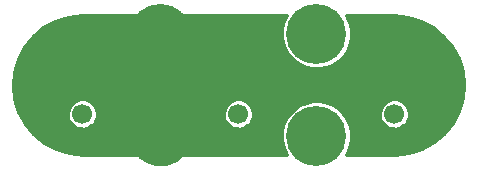
<source format=gtl>
G04 #@! TF.FileFunction,Copper,L1,Top,Signal*
%FSLAX46Y46*%
G04 Gerber Fmt 4.6, Leading zero omitted, Abs format (unit mm)*
G04 Created by KiCad (PCBNEW (2015-08-23 BZR 6117)-product) date tor 27 aug 2015 09:21:38*
%MOMM*%
G01*
G04 APERTURE LIST*
%ADD10C,0.100000*%
%ADD11C,5.080000*%
%ADD12C,1.700000*%
%ADD13R,1.700000X1.700000*%
%ADD14C,0.254000*%
G04 APERTURE END LIST*
D10*
D11*
X179324000Y-103378000D03*
X192532000Y-103378000D03*
X192532000Y-94742000D03*
X179324000Y-94742000D03*
D12*
X172720000Y-101520000D03*
D13*
X172720000Y-96520000D03*
D12*
X185928000Y-101520000D03*
D13*
X185928000Y-96520000D03*
D12*
X199136000Y-101520000D03*
D13*
X199136000Y-96520000D03*
D14*
G36*
X179784898Y-92370884D02*
X180236672Y-92505564D01*
X180653687Y-92725431D01*
X181054795Y-93050243D01*
X181056577Y-93051418D01*
X181066741Y-93059708D01*
X181098375Y-93086252D01*
X181101173Y-93087790D01*
X181103652Y-93089812D01*
X181140129Y-93109207D01*
X181176362Y-93129126D01*
X181179414Y-93130094D01*
X181182231Y-93131592D01*
X181221751Y-93143524D01*
X181261192Y-93156035D01*
X181264370Y-93156392D01*
X181267429Y-93157315D01*
X181308502Y-93161342D01*
X181349633Y-93165956D01*
X181356000Y-93166000D01*
X190070839Y-93166000D01*
X189959923Y-93327989D01*
X189734259Y-93854504D01*
X189615159Y-94414824D01*
X189607161Y-94987606D01*
X189710569Y-95551032D01*
X189921445Y-96083643D01*
X190231755Y-96565151D01*
X190629682Y-96977216D01*
X191100067Y-97304142D01*
X191624994Y-97533477D01*
X192184469Y-97656486D01*
X192757181Y-97668482D01*
X193321315Y-97569010D01*
X193855386Y-97361858D01*
X194339048Y-97054916D01*
X194753881Y-96659876D01*
X195084083Y-96191785D01*
X195317077Y-95668472D01*
X195443989Y-95109870D01*
X195453125Y-94455581D01*
X195341860Y-93893653D01*
X195123569Y-93364039D01*
X194991992Y-93166000D01*
X199113695Y-93166000D01*
X200280392Y-93280396D01*
X201381198Y-93612749D01*
X202396479Y-94152583D01*
X203287572Y-94879341D01*
X204020533Y-95765337D01*
X204567446Y-96776832D01*
X204907475Y-97875287D01*
X205027670Y-99018869D01*
X204923453Y-100164016D01*
X204598794Y-101267111D01*
X204066059Y-102286138D01*
X203345540Y-103182286D01*
X202464682Y-103921413D01*
X201457031Y-104475373D01*
X200360975Y-104823063D01*
X199197582Y-104953559D01*
X199134392Y-104954000D01*
X194995048Y-104954000D01*
X195084083Y-104827785D01*
X195317077Y-104304472D01*
X195443989Y-103745870D01*
X195453125Y-103091581D01*
X195341860Y-102529653D01*
X195123569Y-102000039D01*
X194873401Y-101623506D01*
X197903382Y-101623506D01*
X197946962Y-101860951D01*
X198035831Y-102085410D01*
X198166606Y-102288332D01*
X198334304Y-102461989D01*
X198532539Y-102599766D01*
X198753760Y-102696415D01*
X198989540Y-102748255D01*
X199230898Y-102753310D01*
X199468642Y-102711390D01*
X199693716Y-102624089D01*
X199897546Y-102494735D01*
X200072370Y-102328253D01*
X200211527Y-102130984D01*
X200309718Y-101910444D01*
X200363202Y-101675032D01*
X200367053Y-101399294D01*
X200320162Y-101162480D01*
X200228167Y-100939284D01*
X200094572Y-100738208D01*
X199924465Y-100566909D01*
X199724326Y-100431913D01*
X199501778Y-100338363D01*
X199265297Y-100289820D01*
X199023891Y-100288135D01*
X198786756Y-100333371D01*
X198562923Y-100423805D01*
X198360919Y-100555993D01*
X198188437Y-100724900D01*
X198052047Y-100924092D01*
X197956945Y-101145982D01*
X197906753Y-101382118D01*
X197903382Y-101623506D01*
X194873401Y-101623506D01*
X194806565Y-101522910D01*
X194402924Y-101116441D01*
X193928020Y-100796114D01*
X193399942Y-100574131D01*
X192838805Y-100458946D01*
X192265981Y-100454947D01*
X191703290Y-100562286D01*
X191172165Y-100776875D01*
X190692834Y-101090539D01*
X190283558Y-101491333D01*
X189959923Y-101963989D01*
X189734259Y-102490504D01*
X189615159Y-103050824D01*
X189607161Y-103623606D01*
X189710569Y-104187032D01*
X189921445Y-104719643D01*
X190072477Y-104954000D01*
X181356000Y-104954000D01*
X181336176Y-104955944D01*
X181316257Y-104955735D01*
X181291996Y-104960275D01*
X181267429Y-104962684D01*
X181248357Y-104968442D01*
X181228780Y-104972106D01*
X181205862Y-104981273D01*
X181182232Y-104988407D01*
X181164645Y-104997758D01*
X181146149Y-105005156D01*
X181125446Y-105018600D01*
X181103653Y-105030188D01*
X181088219Y-105042776D01*
X181071511Y-105053626D01*
X181066563Y-105057634D01*
X180667730Y-105385239D01*
X180252263Y-105608011D01*
X179801443Y-105745840D01*
X179332429Y-105793480D01*
X178863101Y-105749116D01*
X178411329Y-105614437D01*
X177994317Y-105394571D01*
X177593205Y-105069758D01*
X177591428Y-105068586D01*
X177581275Y-105060306D01*
X177549625Y-105033748D01*
X177546824Y-105032208D01*
X177544347Y-105030188D01*
X177507861Y-105010788D01*
X177471638Y-104990874D01*
X177468591Y-104989907D01*
X177465769Y-104988407D01*
X177426183Y-104976455D01*
X177386808Y-104963965D01*
X177383635Y-104963609D01*
X177380571Y-104962684D01*
X177339427Y-104958650D01*
X177298367Y-104954044D01*
X177292001Y-104954000D01*
X172742305Y-104954000D01*
X171575607Y-104839604D01*
X170474802Y-104507251D01*
X169459521Y-103967417D01*
X168568428Y-103240659D01*
X167835464Y-102354658D01*
X167440133Y-101623506D01*
X171487382Y-101623506D01*
X171530962Y-101860951D01*
X171619831Y-102085410D01*
X171750606Y-102288332D01*
X171918304Y-102461989D01*
X172116539Y-102599766D01*
X172337760Y-102696415D01*
X172573540Y-102748255D01*
X172814898Y-102753310D01*
X173052642Y-102711390D01*
X173277716Y-102624089D01*
X173481546Y-102494735D01*
X173656370Y-102328253D01*
X173795527Y-102130984D01*
X173893718Y-101910444D01*
X173947202Y-101675032D01*
X173947921Y-101623506D01*
X184695382Y-101623506D01*
X184738962Y-101860951D01*
X184827831Y-102085410D01*
X184958606Y-102288332D01*
X185126304Y-102461989D01*
X185324539Y-102599766D01*
X185545760Y-102696415D01*
X185781540Y-102748255D01*
X186022898Y-102753310D01*
X186260642Y-102711390D01*
X186485716Y-102624089D01*
X186689546Y-102494735D01*
X186864370Y-102328253D01*
X187003527Y-102130984D01*
X187101718Y-101910444D01*
X187155202Y-101675032D01*
X187159053Y-101399294D01*
X187112162Y-101162480D01*
X187020167Y-100939284D01*
X186886572Y-100738208D01*
X186716465Y-100566909D01*
X186516326Y-100431913D01*
X186293778Y-100338363D01*
X186057297Y-100289820D01*
X185815891Y-100288135D01*
X185578756Y-100333371D01*
X185354923Y-100423805D01*
X185152919Y-100555993D01*
X184980437Y-100724900D01*
X184844047Y-100924092D01*
X184748945Y-101145982D01*
X184698753Y-101382118D01*
X184695382Y-101623506D01*
X173947921Y-101623506D01*
X173951053Y-101399294D01*
X173904162Y-101162480D01*
X173812167Y-100939284D01*
X173678572Y-100738208D01*
X173508465Y-100566909D01*
X173308326Y-100431913D01*
X173085778Y-100338363D01*
X172849297Y-100289820D01*
X172607891Y-100288135D01*
X172370756Y-100333371D01*
X172146923Y-100423805D01*
X171944919Y-100555993D01*
X171772437Y-100724900D01*
X171636047Y-100924092D01*
X171540945Y-101145982D01*
X171490753Y-101382118D01*
X171487382Y-101623506D01*
X167440133Y-101623506D01*
X167288554Y-101343168D01*
X166948525Y-100244713D01*
X166828330Y-99101131D01*
X166932547Y-97955985D01*
X167257206Y-96852889D01*
X167789943Y-95833858D01*
X168510460Y-94937714D01*
X169391318Y-94198587D01*
X170398966Y-93644627D01*
X171495025Y-93296937D01*
X172658417Y-93166441D01*
X172721607Y-93166000D01*
X177292000Y-93166000D01*
X177311824Y-93164056D01*
X177331743Y-93164265D01*
X177356004Y-93159725D01*
X177380571Y-93157316D01*
X177399643Y-93151558D01*
X177419220Y-93147894D01*
X177442138Y-93138727D01*
X177465768Y-93131593D01*
X177483355Y-93122242D01*
X177501851Y-93114844D01*
X177522554Y-93101400D01*
X177544347Y-93089812D01*
X177559781Y-93077224D01*
X177576489Y-93066374D01*
X177581437Y-93062366D01*
X177980271Y-92734761D01*
X178395737Y-92511989D01*
X178846557Y-92374160D01*
X179315571Y-92326520D01*
X179784898Y-92370884D01*
X179784898Y-92370884D01*
G37*
X179784898Y-92370884D02*
X180236672Y-92505564D01*
X180653687Y-92725431D01*
X181054795Y-93050243D01*
X181056577Y-93051418D01*
X181066741Y-93059708D01*
X181098375Y-93086252D01*
X181101173Y-93087790D01*
X181103652Y-93089812D01*
X181140129Y-93109207D01*
X181176362Y-93129126D01*
X181179414Y-93130094D01*
X181182231Y-93131592D01*
X181221751Y-93143524D01*
X181261192Y-93156035D01*
X181264370Y-93156392D01*
X181267429Y-93157315D01*
X181308502Y-93161342D01*
X181349633Y-93165956D01*
X181356000Y-93166000D01*
X190070839Y-93166000D01*
X189959923Y-93327989D01*
X189734259Y-93854504D01*
X189615159Y-94414824D01*
X189607161Y-94987606D01*
X189710569Y-95551032D01*
X189921445Y-96083643D01*
X190231755Y-96565151D01*
X190629682Y-96977216D01*
X191100067Y-97304142D01*
X191624994Y-97533477D01*
X192184469Y-97656486D01*
X192757181Y-97668482D01*
X193321315Y-97569010D01*
X193855386Y-97361858D01*
X194339048Y-97054916D01*
X194753881Y-96659876D01*
X195084083Y-96191785D01*
X195317077Y-95668472D01*
X195443989Y-95109870D01*
X195453125Y-94455581D01*
X195341860Y-93893653D01*
X195123569Y-93364039D01*
X194991992Y-93166000D01*
X199113695Y-93166000D01*
X200280392Y-93280396D01*
X201381198Y-93612749D01*
X202396479Y-94152583D01*
X203287572Y-94879341D01*
X204020533Y-95765337D01*
X204567446Y-96776832D01*
X204907475Y-97875287D01*
X205027670Y-99018869D01*
X204923453Y-100164016D01*
X204598794Y-101267111D01*
X204066059Y-102286138D01*
X203345540Y-103182286D01*
X202464682Y-103921413D01*
X201457031Y-104475373D01*
X200360975Y-104823063D01*
X199197582Y-104953559D01*
X199134392Y-104954000D01*
X194995048Y-104954000D01*
X195084083Y-104827785D01*
X195317077Y-104304472D01*
X195443989Y-103745870D01*
X195453125Y-103091581D01*
X195341860Y-102529653D01*
X195123569Y-102000039D01*
X194873401Y-101623506D01*
X197903382Y-101623506D01*
X197946962Y-101860951D01*
X198035831Y-102085410D01*
X198166606Y-102288332D01*
X198334304Y-102461989D01*
X198532539Y-102599766D01*
X198753760Y-102696415D01*
X198989540Y-102748255D01*
X199230898Y-102753310D01*
X199468642Y-102711390D01*
X199693716Y-102624089D01*
X199897546Y-102494735D01*
X200072370Y-102328253D01*
X200211527Y-102130984D01*
X200309718Y-101910444D01*
X200363202Y-101675032D01*
X200367053Y-101399294D01*
X200320162Y-101162480D01*
X200228167Y-100939284D01*
X200094572Y-100738208D01*
X199924465Y-100566909D01*
X199724326Y-100431913D01*
X199501778Y-100338363D01*
X199265297Y-100289820D01*
X199023891Y-100288135D01*
X198786756Y-100333371D01*
X198562923Y-100423805D01*
X198360919Y-100555993D01*
X198188437Y-100724900D01*
X198052047Y-100924092D01*
X197956945Y-101145982D01*
X197906753Y-101382118D01*
X197903382Y-101623506D01*
X194873401Y-101623506D01*
X194806565Y-101522910D01*
X194402924Y-101116441D01*
X193928020Y-100796114D01*
X193399942Y-100574131D01*
X192838805Y-100458946D01*
X192265981Y-100454947D01*
X191703290Y-100562286D01*
X191172165Y-100776875D01*
X190692834Y-101090539D01*
X190283558Y-101491333D01*
X189959923Y-101963989D01*
X189734259Y-102490504D01*
X189615159Y-103050824D01*
X189607161Y-103623606D01*
X189710569Y-104187032D01*
X189921445Y-104719643D01*
X190072477Y-104954000D01*
X181356000Y-104954000D01*
X181336176Y-104955944D01*
X181316257Y-104955735D01*
X181291996Y-104960275D01*
X181267429Y-104962684D01*
X181248357Y-104968442D01*
X181228780Y-104972106D01*
X181205862Y-104981273D01*
X181182232Y-104988407D01*
X181164645Y-104997758D01*
X181146149Y-105005156D01*
X181125446Y-105018600D01*
X181103653Y-105030188D01*
X181088219Y-105042776D01*
X181071511Y-105053626D01*
X181066563Y-105057634D01*
X180667730Y-105385239D01*
X180252263Y-105608011D01*
X179801443Y-105745840D01*
X179332429Y-105793480D01*
X178863101Y-105749116D01*
X178411329Y-105614437D01*
X177994317Y-105394571D01*
X177593205Y-105069758D01*
X177591428Y-105068586D01*
X177581275Y-105060306D01*
X177549625Y-105033748D01*
X177546824Y-105032208D01*
X177544347Y-105030188D01*
X177507861Y-105010788D01*
X177471638Y-104990874D01*
X177468591Y-104989907D01*
X177465769Y-104988407D01*
X177426183Y-104976455D01*
X177386808Y-104963965D01*
X177383635Y-104963609D01*
X177380571Y-104962684D01*
X177339427Y-104958650D01*
X177298367Y-104954044D01*
X177292001Y-104954000D01*
X172742305Y-104954000D01*
X171575607Y-104839604D01*
X170474802Y-104507251D01*
X169459521Y-103967417D01*
X168568428Y-103240659D01*
X167835464Y-102354658D01*
X167440133Y-101623506D01*
X171487382Y-101623506D01*
X171530962Y-101860951D01*
X171619831Y-102085410D01*
X171750606Y-102288332D01*
X171918304Y-102461989D01*
X172116539Y-102599766D01*
X172337760Y-102696415D01*
X172573540Y-102748255D01*
X172814898Y-102753310D01*
X173052642Y-102711390D01*
X173277716Y-102624089D01*
X173481546Y-102494735D01*
X173656370Y-102328253D01*
X173795527Y-102130984D01*
X173893718Y-101910444D01*
X173947202Y-101675032D01*
X173947921Y-101623506D01*
X184695382Y-101623506D01*
X184738962Y-101860951D01*
X184827831Y-102085410D01*
X184958606Y-102288332D01*
X185126304Y-102461989D01*
X185324539Y-102599766D01*
X185545760Y-102696415D01*
X185781540Y-102748255D01*
X186022898Y-102753310D01*
X186260642Y-102711390D01*
X186485716Y-102624089D01*
X186689546Y-102494735D01*
X186864370Y-102328253D01*
X187003527Y-102130984D01*
X187101718Y-101910444D01*
X187155202Y-101675032D01*
X187159053Y-101399294D01*
X187112162Y-101162480D01*
X187020167Y-100939284D01*
X186886572Y-100738208D01*
X186716465Y-100566909D01*
X186516326Y-100431913D01*
X186293778Y-100338363D01*
X186057297Y-100289820D01*
X185815891Y-100288135D01*
X185578756Y-100333371D01*
X185354923Y-100423805D01*
X185152919Y-100555993D01*
X184980437Y-100724900D01*
X184844047Y-100924092D01*
X184748945Y-101145982D01*
X184698753Y-101382118D01*
X184695382Y-101623506D01*
X173947921Y-101623506D01*
X173951053Y-101399294D01*
X173904162Y-101162480D01*
X173812167Y-100939284D01*
X173678572Y-100738208D01*
X173508465Y-100566909D01*
X173308326Y-100431913D01*
X173085778Y-100338363D01*
X172849297Y-100289820D01*
X172607891Y-100288135D01*
X172370756Y-100333371D01*
X172146923Y-100423805D01*
X171944919Y-100555993D01*
X171772437Y-100724900D01*
X171636047Y-100924092D01*
X171540945Y-101145982D01*
X171490753Y-101382118D01*
X171487382Y-101623506D01*
X167440133Y-101623506D01*
X167288554Y-101343168D01*
X166948525Y-100244713D01*
X166828330Y-99101131D01*
X166932547Y-97955985D01*
X167257206Y-96852889D01*
X167789943Y-95833858D01*
X168510460Y-94937714D01*
X169391318Y-94198587D01*
X170398966Y-93644627D01*
X171495025Y-93296937D01*
X172658417Y-93166441D01*
X172721607Y-93166000D01*
X177292000Y-93166000D01*
X177311824Y-93164056D01*
X177331743Y-93164265D01*
X177356004Y-93159725D01*
X177380571Y-93157316D01*
X177399643Y-93151558D01*
X177419220Y-93147894D01*
X177442138Y-93138727D01*
X177465768Y-93131593D01*
X177483355Y-93122242D01*
X177501851Y-93114844D01*
X177522554Y-93101400D01*
X177544347Y-93089812D01*
X177559781Y-93077224D01*
X177576489Y-93066374D01*
X177581437Y-93062366D01*
X177980271Y-92734761D01*
X178395737Y-92511989D01*
X178846557Y-92374160D01*
X179315571Y-92326520D01*
X179784898Y-92370884D01*
M02*

</source>
